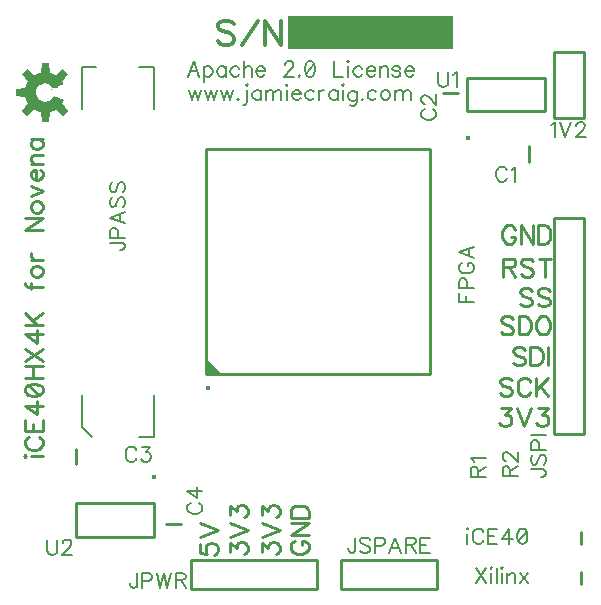
<source format=gbr>
G04 DipTrace 3.2.0.1*
G04 TopSilk.gbr*
%MOIN*%
G04 #@! TF.FileFunction,Legend,Top*
G04 #@! TF.Part,Single*
%ADD10C,0.009843*%
%ADD32C,0.015665*%
%ADD38C,0.007699*%
%ADD49C,0.015403*%
%ADD101C,0.00772*%
%ADD102C,0.009264*%
%ADD103C,0.012351*%
%FSLAX26Y26*%
G04*
G70*
G90*
G75*
G01*
G04 TopSilk*
%LPD*%
X2127974Y1899587D2*
D10*
Y1848445D1*
X1840571Y2076793D2*
X1891713D1*
X616121Y840571D2*
Y891713D1*
X966516Y639743D2*
X915374D1*
X2301181Y440947D2*
Y480313D1*
Y574805D2*
Y614171D1*
X1049252Y1141862D2*
X1797205D1*
Y1889634D1*
X1049252D1*
Y1141862D1*
D32*
X1057085Y1094594D3*
G36*
X1049252Y1141862D2*
X1100413D1*
X1049252Y1192933D1*
Y1141862D1*
G37*
X2309055Y2213386D2*
D10*
X2210630D1*
Y1993701D1*
X2309055D1*
Y2213386D1*
X875928Y930503D2*
D38*
X826632D1*
X685249Y2162815D2*
X635922D1*
Y2022999D2*
Y2162815D1*
X875928Y2022999D2*
Y2162815D1*
Y930503D2*
Y1069575D1*
Y2162815D2*
X826724D1*
X635922Y964217D2*
Y1069451D1*
X669420Y929883D2*
X635922Y964341D1*
X999213Y521654D2*
D10*
X1418898D1*
Y423228D1*
X999213D1*
Y521654D1*
X1819685Y423228D2*
X1500000D1*
Y521654D1*
X1819685D1*
Y423228D1*
X2210630Y940157D2*
X2309055D1*
Y1659843D1*
X2210630D1*
Y940157D1*
D49*
X1922301Y1926499D3*
X1921261Y2015748D2*
D10*
X2181091D1*
X1921261Y2125984D2*
X2181091D1*
Y2015748D2*
Y2125984D1*
X1921261Y2015748D2*
Y2125984D1*
D49*
X876912Y797911D3*
X877951Y708661D2*
D10*
X618121D1*
X877951Y598425D2*
X618121D1*
Y708661D2*
Y598425D1*
X877951Y708661D2*
Y598425D1*
G36*
X513996Y2078740D2*
X576228Y2105332D1*
X575931Y2106016D1*
X575633Y2106700D1*
X575317Y2107384D1*
X575002Y2108048D1*
X574669Y2108732D1*
X574336Y2109396D1*
X573985Y2110061D1*
X573635Y2110725D1*
X573284Y2111370D1*
X572916Y2112034D1*
X572548Y2112679D1*
X572163Y2113323D1*
X571777Y2113968D1*
X571391Y2114593D1*
D1*
X591563Y2139329D1*
X574599Y2156308D1*
X549871Y2136125D1*
X548591Y2136907D1*
X547294Y2137649D1*
X545980Y2138372D1*
X544648Y2139075D1*
X543316Y2139740D1*
X541949Y2140365D1*
X540582Y2140971D1*
X539198Y2141537D1*
X537813Y2142084D1*
X536411Y2142592D1*
X534992Y2143081D1*
X533555Y2143530D1*
X532118Y2143940D1*
X530680Y2144312D1*
X529226Y2144683D1*
D1*
X526001Y2176433D1*
X502009D1*
X498785Y2144683D1*
X497330Y2144312D1*
X495875Y2143940D1*
X494438Y2143530D1*
X493019Y2143081D1*
X491599Y2142592D1*
X490197Y2142084D1*
X488795Y2141537D1*
X487411Y2140971D1*
X486044Y2140365D1*
X484694Y2139740D1*
X483345Y2139075D1*
X482031Y2138372D1*
X480716Y2137649D1*
X479419Y2136907D1*
X478140Y2136125D1*
D1*
X453412Y2156308D1*
X436447Y2139329D1*
X456619Y2114593D1*
X455830Y2113323D1*
X455094Y2112034D1*
X454358Y2110725D1*
X453675Y2109396D1*
X453009Y2108048D1*
X452378Y2106700D1*
X451782Y2105332D1*
X451204Y2103945D1*
X450660Y2102558D1*
X450152Y2101151D1*
X449679Y2099725D1*
X449223Y2098298D1*
X448803Y2096852D1*
X448417Y2095407D1*
X448067Y2093961D1*
D1*
X416311Y2090737D1*
Y2066743D1*
X448067Y2063520D1*
X448417Y2062074D1*
X448803Y2060628D1*
X449223Y2059182D1*
X449679Y2057756D1*
X450152Y2056329D1*
X450660Y2054923D1*
X451204Y2053535D1*
X451782Y2052148D1*
X452378Y2050780D1*
X453009Y2049432D1*
X453675Y2048084D1*
X454358Y2046755D1*
X455094Y2045446D1*
X455830Y2044157D1*
X456619Y2042887D1*
D1*
X436447Y2018151D1*
X453412Y2001172D1*
X478140Y2021355D1*
X479419Y2020574D1*
X480716Y2019831D1*
X482031Y2019108D1*
X483345Y2018405D1*
X484694Y2017741D1*
X486044Y2017115D1*
X487411Y2016510D1*
X488795Y2015943D1*
X490197Y2015396D1*
X491599Y2014888D1*
X493019Y2014400D1*
X494438Y2013950D1*
X495875Y2013540D1*
X497330Y2013169D1*
X498785Y2012797D1*
D1*
X502009Y1981047D1*
X526001D1*
X529226Y2012797D1*
X530680Y2013169D1*
X532118Y2013540D1*
X533555Y2013950D1*
X534992Y2014400D1*
X536411Y2014888D1*
X537813Y2015396D1*
X539198Y2015943D1*
X540582Y2016510D1*
X541949Y2017115D1*
X543316Y2017741D1*
X544648Y2018405D1*
X545980Y2019108D1*
X547294Y2019831D1*
X548591Y2020574D1*
X549871Y2021355D1*
D1*
X574599Y2001172D1*
X591563Y2018151D1*
X571391Y2042887D1*
X571777Y2043512D1*
X572163Y2044157D1*
X572548Y2044802D1*
X572916Y2045446D1*
X573284Y2046111D1*
X573635Y2046755D1*
X573985Y2047420D1*
X574336Y2048084D1*
X574669Y2048748D1*
X575002Y2049432D1*
X575317Y2050097D1*
X575633Y2050780D1*
X575931Y2051464D1*
X576228Y2052148D1*
X576526Y2052852D1*
D1*
X542422Y2066978D1*
X541406Y2064770D1*
X540232Y2062660D1*
X538882Y2060667D1*
X537393Y2058772D1*
X535745Y2056994D1*
X533975Y2055352D1*
X532082Y2053848D1*
X530067Y2052519D1*
X527964Y2051328D1*
X525773Y2050331D1*
X523513Y2049491D1*
X521182Y2048827D1*
X518816Y2048358D1*
X516415Y2048084D1*
X513996Y2047986D1*
D1*
X505269Y2049256D1*
X497242Y2052949D1*
X490618Y2058772D1*
X485904Y2066235D1*
X483503Y2074715D1*
X483625Y2083547D1*
X486237Y2091987D1*
X491144Y2099314D1*
X497926Y2104961D1*
X506040Y2108458D1*
X514803Y2109494D1*
X523513Y2107989D1*
X531417Y2104082D1*
X537901Y2098103D1*
X542422Y2090502D1*
D1*
X576526Y2104629D1*
X513996Y2078740D1*
G37*
G36*
X1322835Y2334646D2*
X1874016D1*
Y2224409D1*
X1322835D1*
Y2334646D1*
G37*
X2053442Y1819159D2*
D101*
X2051065Y1823912D1*
X2046257Y1828721D1*
X2041503Y1831097D1*
X2031942D1*
X2027133Y1828721D1*
X2022380Y1823912D1*
X2019948Y1819159D1*
X2017572Y1811974D1*
Y1799980D1*
X2019948Y1792851D1*
X2022380Y1788042D1*
X2027133Y1783289D1*
X2031942Y1780857D1*
X2041503D1*
X2046257Y1783289D1*
X2051065Y1788042D1*
X2053442Y1792851D1*
X2068881Y1821480D2*
X2073689Y1823912D1*
X2080874Y1831042D1*
Y1780857D1*
X1779266Y2023007D2*
X1774513Y2020630D1*
X1769705Y2015822D1*
X1767328Y2011069D1*
Y2001507D1*
X1769705Y1996699D1*
X1774513Y1991945D1*
X1779266Y1989514D1*
X1786451Y1987137D1*
X1798445D1*
X1805575Y1989514D1*
X1810383Y1991945D1*
X1815136Y1996699D1*
X1817568Y2001507D1*
Y2011069D1*
X1815136Y2015822D1*
X1810383Y2020630D1*
X1805575Y2023007D1*
X1779322Y2040878D2*
X1776945D1*
X1772137Y2043255D1*
X1769760Y2045631D1*
X1767383Y2050440D1*
Y2060001D1*
X1769760Y2064754D1*
X1772137Y2067131D1*
X1776945Y2069563D1*
X1781698D1*
X1786507Y2067131D1*
X1793636Y2062378D1*
X1817568Y2038446D1*
Y2071939D1*
X818261Y886088D2*
X815885Y890841D1*
X811076Y895650D1*
X806323Y898026D1*
X796761D1*
X791953Y895650D1*
X787200Y890841D1*
X784768Y886088D1*
X782391Y878903D1*
Y866909D1*
X784768Y859780D1*
X787200Y854971D1*
X791953Y850218D1*
X796761Y847786D1*
X806323D1*
X811076Y850218D1*
X815885Y854971D1*
X818261Y859780D1*
X838509Y897971D2*
X864762D1*
X850447Y878848D1*
X857632D1*
X862385Y876471D1*
X864762Y874095D1*
X867194Y866909D1*
Y862156D1*
X864762Y854971D1*
X860009Y850163D1*
X852824Y847786D1*
X845639D1*
X838509Y850163D1*
X836132Y852595D1*
X833701Y857348D1*
X999739Y710774D2*
X994986Y708397D1*
X990177Y703589D1*
X987801Y698836D1*
Y689274D1*
X990177Y684466D1*
X994986Y679712D1*
X999739Y677281D1*
X1006924Y674904D1*
X1018917D1*
X1026047Y677281D1*
X1030856Y679712D1*
X1035609Y684466D1*
X1038041Y689274D1*
Y698836D1*
X1035609Y703589D1*
X1030856Y708397D1*
X1026047Y710774D1*
X1038041Y750145D2*
X987856D1*
X1021294Y726213D1*
Y762083D1*
X1893312Y1411008D2*
Y1379891D1*
X1943552D1*
X1917244D2*
Y1399015D1*
X1919621Y1426447D2*
Y1448002D1*
X1917244Y1455132D1*
X1914812Y1457564D1*
X1910059Y1459941D1*
X1902874D1*
X1898121Y1457564D1*
X1895689Y1455132D1*
X1893312Y1448002D1*
Y1426447D1*
X1943552D1*
X1905251Y1511250D2*
X1900497Y1508873D1*
X1895689Y1504065D1*
X1893312Y1499311D1*
Y1489750D1*
X1895689Y1484941D1*
X1900497Y1480188D1*
X1905251Y1477756D1*
X1912436Y1475380D1*
X1924429D1*
X1931559Y1477756D1*
X1936367Y1480188D1*
X1941121Y1484941D1*
X1943552Y1489750D1*
Y1499311D1*
X1941121Y1504065D1*
X1936367Y1508873D1*
X1931559Y1511250D1*
X1924429D1*
Y1499311D1*
X1943552Y1564991D2*
X1893312Y1545812D1*
X1943552Y1526689D1*
X1926806Y1533874D2*
Y1557806D1*
X729946Y1578353D2*
X768193D1*
X775378Y1575976D1*
X777754Y1573544D1*
X780186Y1568791D1*
Y1563983D1*
X777754Y1559229D1*
X775378Y1556853D1*
X768193Y1554421D1*
X763440D1*
X756255Y1593792D2*
Y1615347D1*
X753878Y1622477D1*
X751446Y1624909D1*
X746693Y1627285D1*
X739508D1*
X734755Y1624909D1*
X732323Y1622477D1*
X729946Y1615347D1*
Y1593792D1*
X780186D1*
Y1681026D2*
X729946Y1661848D1*
X780186Y1642724D1*
X763440Y1649910D2*
Y1673841D1*
X737131Y1729959D2*
X732323Y1725206D1*
X729946Y1718021D1*
Y1708459D1*
X732323Y1701274D1*
X737131Y1696466D1*
X741884D1*
X746693Y1698897D1*
X749070Y1701274D1*
X751446Y1706027D1*
X756255Y1720397D1*
X758631Y1725206D1*
X761063Y1727582D1*
X765816Y1729959D1*
X773001D1*
X777754Y1725206D1*
X780186Y1718021D1*
Y1708459D1*
X777754Y1701274D1*
X773001Y1696465D1*
X737131Y1778891D2*
X732323Y1774138D1*
X729946Y1766953D1*
Y1757392D1*
X732323Y1750207D1*
X737131Y1745398D1*
X741884D1*
X746693Y1747830D1*
X749070Y1750207D1*
X751446Y1754960D1*
X756255Y1769330D1*
X758631Y1774138D1*
X761063Y1776515D1*
X765816Y1778891D1*
X773001D1*
X777754Y1774138D1*
X780186Y1766953D1*
Y1757392D1*
X777754Y1750207D1*
X773001Y1745398D1*
X821539Y476766D2*
Y438520D1*
X819163Y431335D1*
X816731Y428958D1*
X811978Y426526D1*
X807169D1*
X802416Y428958D1*
X800040Y431335D1*
X797608Y438520D1*
Y443273D1*
X836979Y450458D2*
X858534D1*
X865664Y452835D1*
X868095Y455267D1*
X870472Y460020D1*
Y467205D1*
X868095Y471958D1*
X865664Y474390D1*
X858534Y476766D1*
X836979D1*
Y426526D1*
X885911Y476766D2*
X897905Y426526D1*
X909843Y476766D1*
X921781Y426526D1*
X933775Y476766D1*
X949214Y452835D2*
X970714D1*
X977899Y455267D1*
X980331Y457643D1*
X982707Y462396D1*
Y467205D1*
X980331Y471958D1*
X977899Y474390D1*
X970714Y476766D1*
X949214D1*
Y426526D1*
X965961Y452835D2*
X982707Y426526D1*
X1548289Y594877D2*
Y556630D1*
X1545912Y549445D1*
X1543480Y547068D1*
X1538727Y544637D1*
X1533919D1*
X1529165Y547068D1*
X1526789Y549445D1*
X1524357Y556630D1*
Y561383D1*
X1597221Y587692D2*
X1592468Y592500D1*
X1585283Y594877D1*
X1575721D1*
X1568536Y592500D1*
X1563728Y587692D1*
Y582938D1*
X1566160Y578130D1*
X1568536Y575753D1*
X1573289Y573377D1*
X1587660Y568568D1*
X1592468Y566192D1*
X1594845Y563760D1*
X1597221Y559007D1*
Y551822D1*
X1592468Y547068D1*
X1585283Y544637D1*
X1575721D1*
X1568536Y547068D1*
X1563728Y551822D1*
X1612660Y568568D2*
X1634216D1*
X1641345Y570945D1*
X1643777Y573377D1*
X1646154Y578130D1*
Y585315D1*
X1643777Y590068D1*
X1641345Y592500D1*
X1634216Y594877D1*
X1612660D1*
Y544637D1*
X1699895D2*
X1680716Y594877D1*
X1661593Y544637D1*
X1668778Y561383D2*
X1692710D1*
X1715334Y570945D2*
X1736834D1*
X1744019Y573377D1*
X1746451Y575753D1*
X1748827Y580507D1*
Y585315D1*
X1746451Y590068D1*
X1744019Y592500D1*
X1736834Y594877D1*
X1715334D1*
Y544637D1*
X1732081Y570945D2*
X1748827Y544637D1*
X1795328Y594877D2*
X1764267D1*
Y544637D1*
X1795328D1*
X1764267Y570945D2*
X1783390D1*
X2133470Y822243D2*
X2171716D1*
X2178901Y819866D1*
X2181278Y817434D1*
X2183710Y812681D1*
Y807873D1*
X2181278Y803120D1*
X2178901Y800743D1*
X2171716Y798311D1*
X2166963D1*
X2140655Y871175D2*
X2135846Y866422D1*
X2133470Y859237D1*
Y849676D1*
X2135846Y842491D1*
X2140655Y837682D1*
X2145408D1*
X2150217Y840114D1*
X2152593Y842491D1*
X2154970Y847244D1*
X2159778Y861614D1*
X2162155Y866422D1*
X2164587Y868799D1*
X2169340Y871175D1*
X2176525D1*
X2181278Y866422D1*
X2183710Y859237D1*
Y849676D1*
X2181278Y842491D1*
X2176525Y837682D1*
X2159778Y886615D2*
Y908170D1*
X2157402Y915300D1*
X2154970Y917731D1*
X2150217Y920108D1*
X2143032D1*
X2138278Y917731D1*
X2135846Y915300D1*
X2133470Y908170D1*
Y886615D1*
X2183710D1*
X2133470Y935547D2*
X2183710D1*
X1956614Y798277D2*
Y819777D1*
X1954182Y826962D1*
X1951806Y829394D1*
X1947053Y831771D1*
X1942244D1*
X1937491Y829394D1*
X1935059Y826962D1*
X1932682Y819777D1*
Y798277D1*
X1982922D1*
X1956614Y815024D2*
X1982922Y831770D1*
X1942299Y847210D2*
X1939868Y852018D1*
X1932738Y859203D1*
X1982922D1*
X2062913Y799338D2*
Y820838D1*
X2060482Y828023D1*
X2058105Y830455D1*
X2053352Y832832D1*
X2048543D1*
X2043790Y830455D1*
X2041358Y828023D1*
X2038982Y820838D1*
Y799338D1*
X2089222D1*
X2062913Y816085D2*
X2089222Y832832D1*
X2050975Y850703D2*
X2048599D1*
X2043790Y853079D1*
X2041414Y855456D1*
X2039037Y860264D1*
Y869826D1*
X2041414Y874579D1*
X2043790Y876956D1*
X2048599Y879388D1*
X2053352D1*
X2058160Y876956D1*
X2065290Y872203D1*
X2089222Y848271D1*
Y881764D1*
X1824469Y2147042D2*
Y2111172D1*
X1826845Y2103987D1*
X1831654Y2099234D1*
X1838839Y2096802D1*
X1843592D1*
X1850777Y2099234D1*
X1855585Y2103987D1*
X1857962Y2111172D1*
Y2147042D1*
X1873401Y2137425D2*
X1878210Y2139857D1*
X1885395Y2146987D1*
Y2096802D1*
X521178Y587987D2*
Y552117D1*
X523555Y544932D1*
X528363Y540179D1*
X535548Y537747D1*
X540301D1*
X547486Y540179D1*
X552295Y544932D1*
X554671Y552117D1*
Y587987D1*
X572543Y575993D2*
Y578370D1*
X574919Y583178D1*
X577296Y585555D1*
X582104Y587932D1*
X591666D1*
X596419Y585555D1*
X598796Y583178D1*
X601227Y578370D1*
Y573617D1*
X598796Y568808D1*
X594042Y561679D1*
X570111Y537747D1*
X603604D1*
X2034179Y1026672D2*
D102*
X2065682D1*
X2048505Y1003725D1*
X2057127D1*
X2062831Y1000873D1*
X2065682Y998021D1*
X2068601Y989399D1*
Y983695D1*
X2065682Y975073D1*
X2059979Y969303D1*
X2051357Y966451D1*
X2042735D1*
X2034179Y969303D1*
X2031327Y972221D1*
X2028409Y977925D1*
X2087128Y1026739D2*
X2110076Y966451D1*
X2133024Y1026739D1*
X2157321Y1026672D2*
X2188824D1*
X2171647Y1003725D1*
X2180269D1*
X2185973Y1000873D1*
X2188824Y998021D1*
X2191743Y989399D1*
Y983695D1*
X2188824Y975073D1*
X2183121Y969303D1*
X2174499Y966451D1*
X2165877D1*
X2157321Y969303D1*
X2154469Y972221D1*
X2151551Y977925D1*
X2080870Y1621106D2*
X2078018Y1626810D1*
X2072248Y1632580D1*
X2066544Y1635432D1*
X2055070D1*
X2049300Y1632580D1*
X2043596Y1626810D1*
X2040678Y1621106D1*
X2037826Y1612484D1*
Y1598092D1*
X2040678Y1589536D1*
X2043596Y1583766D1*
X2049300Y1578062D1*
X2055070Y1575144D1*
X2066544D1*
X2072248Y1578062D1*
X2078018Y1583766D1*
X2080870Y1589536D1*
Y1598092D1*
X2066544D1*
X2139589Y1635432D2*
Y1575144D1*
X2099397Y1635432D1*
Y1575144D1*
X2158116Y1635432D2*
Y1575144D1*
X2178212D1*
X2186834Y1578062D1*
X2192604Y1583766D1*
X2195456Y1589536D1*
X2198308Y1598092D1*
Y1612484D1*
X2195456Y1621106D1*
X2192604Y1626810D1*
X2186834Y1632580D1*
X2178212Y1635432D1*
X2158116D1*
X2137073Y1418148D2*
X2131369Y1423918D1*
X2122747Y1426770D1*
X2111273D1*
X2102651Y1423918D1*
X2096881Y1418148D1*
Y1412444D1*
X2099799Y1406674D1*
X2102651Y1403822D1*
X2108355Y1400970D1*
X2125599Y1395200D1*
X2131369Y1392348D1*
X2134221Y1389430D1*
X2137073Y1383726D1*
Y1375104D1*
X2131369Y1369401D1*
X2122747Y1366482D1*
X2111273D1*
X2102651Y1369401D1*
X2096881Y1375104D1*
X2195792Y1418148D2*
X2190088Y1423918D1*
X2181466Y1426770D1*
X2169992D1*
X2161370Y1423918D1*
X2155600Y1418148D1*
Y1412444D1*
X2158518Y1406674D1*
X2161370Y1403822D1*
X2167074Y1400970D1*
X2184318Y1395200D1*
X2190088Y1392348D1*
X2192940Y1389430D1*
X2195792Y1383726D1*
Y1375104D1*
X2190088Y1369401D1*
X2181466Y1366482D1*
X2169992D1*
X2161370Y1369401D1*
X2155600Y1375104D1*
X2070144Y1118936D2*
X2064440Y1124706D1*
X2055818Y1127558D1*
X2044344D1*
X2035722Y1124706D1*
X2029952Y1118936D1*
Y1113232D1*
X2032870Y1107462D1*
X2035722Y1104610D1*
X2041426Y1101758D1*
X2058670Y1095988D1*
X2064440Y1093136D1*
X2067292Y1090218D1*
X2070144Y1084514D1*
Y1075892D1*
X2064440Y1070188D1*
X2055818Y1067270D1*
X2044344D1*
X2035722Y1070188D1*
X2029952Y1075892D1*
X2131715Y1113232D2*
X2128863Y1118936D1*
X2123093Y1124706D1*
X2117389Y1127558D1*
X2105915D1*
X2100145Y1124706D1*
X2094441Y1118936D1*
X2091523Y1113232D1*
X2088671Y1104610D1*
Y1090218D1*
X2091523Y1081662D1*
X2094441Y1075892D1*
X2100145Y1070188D1*
X2105915Y1067270D1*
X2117389D1*
X2123093Y1070188D1*
X2128863Y1075892D1*
X2131715Y1081662D1*
X2150242Y1127558D2*
Y1067270D1*
X2190434Y1127558D2*
X2150242Y1087366D1*
X2164568Y1101758D2*
X2190434Y1067270D1*
X2113451Y1221298D2*
X2107747Y1227068D1*
X2099125Y1229920D1*
X2087651D1*
X2079029Y1227068D1*
X2073259Y1221298D1*
Y1215594D1*
X2076177Y1209824D1*
X2079029Y1206972D1*
X2084733Y1204120D1*
X2101977Y1198350D1*
X2107747Y1195498D1*
X2110599Y1192580D1*
X2113451Y1186876D1*
Y1178254D1*
X2107747Y1172550D1*
X2099125Y1169632D1*
X2087651D1*
X2079029Y1172550D1*
X2073259Y1178254D1*
X2131978Y1229920D2*
Y1169632D1*
X2152074D1*
X2160696Y1172550D1*
X2166466Y1178254D1*
X2169318Y1184024D1*
X2172170Y1192580D1*
Y1206972D1*
X2169318Y1215594D1*
X2166466Y1221298D1*
X2160696Y1227068D1*
X2152074Y1229920D1*
X2131978D1*
X2190697D2*
Y1169632D1*
X2074081Y1323660D2*
X2068377Y1329430D1*
X2059755Y1332282D1*
X2048281D1*
X2039659Y1329430D1*
X2033889Y1323660D1*
Y1317956D1*
X2036807Y1312186D1*
X2039659Y1309334D1*
X2045363Y1306482D1*
X2062607Y1300712D1*
X2068377Y1297860D1*
X2071229Y1294942D1*
X2074081Y1289238D1*
Y1280616D1*
X2068377Y1274912D1*
X2059755Y1271994D1*
X2048281D1*
X2039659Y1274912D1*
X2033889Y1280616D1*
X2092608Y1332282D2*
Y1271994D1*
X2112704D1*
X2121326Y1274912D1*
X2127096Y1280616D1*
X2129948Y1286386D1*
X2132800Y1294942D1*
Y1309334D1*
X2129948Y1317956D1*
X2127096Y1323660D1*
X2121326Y1329430D1*
X2112704Y1332282D1*
X2092608D1*
X2168571D2*
X2162801Y1329430D1*
X2157097Y1323660D1*
X2154179Y1317956D1*
X2151327Y1309334D1*
Y1294942D1*
X2154179Y1286386D1*
X2157097Y1280616D1*
X2162801Y1274912D1*
X2168571Y1271994D1*
X2180045D1*
X2185749Y1274912D1*
X2191519Y1280616D1*
X2194371Y1286386D1*
X2197223Y1294942D1*
Y1309334D1*
X2194371Y1317956D1*
X2191519Y1323660D1*
X2185749Y1329430D1*
X2180045Y1332282D1*
X2168571D1*
X1028112Y2131891D2*
D101*
X1008933Y2182131D1*
X989810Y2131891D1*
X996995Y2148637D2*
X1020927D1*
X1043551Y2165384D2*
Y2115144D1*
Y2158199D2*
X1048359Y2162952D1*
X1053113Y2165384D1*
X1060298D1*
X1065106Y2162952D1*
X1069859Y2158199D1*
X1072291Y2151014D1*
Y2146205D1*
X1069859Y2139076D1*
X1065106Y2134267D1*
X1060298Y2131891D1*
X1053113D1*
X1048359Y2134267D1*
X1043551Y2139076D1*
X1116415Y2165384D2*
Y2131891D1*
Y2158199D2*
X1111662Y2163007D1*
X1106854Y2165384D1*
X1099724D1*
X1094915Y2163007D1*
X1090162Y2158199D1*
X1087730Y2151014D1*
Y2146261D1*
X1090162Y2139076D1*
X1094915Y2134322D1*
X1099724Y2131891D1*
X1106854D1*
X1111662Y2134322D1*
X1116415Y2139076D1*
X1160595Y2158199D2*
X1155786Y2163007D1*
X1150978Y2165384D1*
X1143848D1*
X1139040Y2163007D1*
X1134286Y2158199D1*
X1131855Y2151014D1*
Y2146261D1*
X1134286Y2139076D1*
X1139040Y2134322D1*
X1143848Y2131891D1*
X1150978D1*
X1155786Y2134322D1*
X1160595Y2139076D1*
X1176034Y2182131D2*
Y2131891D1*
Y2155822D2*
X1183219Y2163007D1*
X1188027Y2165384D1*
X1195212D1*
X1199966Y2163007D1*
X1202342Y2155822D1*
Y2131891D1*
X1217781Y2151014D2*
X1246466D1*
Y2155822D1*
X1244090Y2160631D1*
X1241713Y2163007D1*
X1236905Y2165384D1*
X1229720D1*
X1224967Y2163007D1*
X1220158Y2158199D1*
X1217781Y2151014D1*
Y2146261D1*
X1220158Y2139076D1*
X1224967Y2134322D1*
X1229720Y2131891D1*
X1236905D1*
X1241713Y2134322D1*
X1246466Y2139076D1*
X1312938Y2170137D2*
Y2172514D1*
X1315315Y2177322D1*
X1317692Y2179699D1*
X1322500Y2182075D1*
X1332062D1*
X1336815Y2179699D1*
X1339191Y2177322D1*
X1341623Y2172514D1*
Y2167760D1*
X1339191Y2162952D1*
X1334438Y2155822D1*
X1310507Y2131891D1*
X1344000D1*
X1361816Y2136699D2*
X1359439Y2134267D1*
X1361816Y2131891D1*
X1364248Y2134267D1*
X1361816Y2136699D1*
X1394057Y2182075D2*
X1386872Y2179699D1*
X1382063Y2172514D1*
X1379687Y2160575D1*
Y2153390D1*
X1382063Y2141452D1*
X1386872Y2134267D1*
X1394057Y2131891D1*
X1398810D1*
X1405995Y2134267D1*
X1410748Y2141452D1*
X1413180Y2153390D1*
Y2160575D1*
X1410748Y2172514D1*
X1405995Y2179699D1*
X1398810Y2182075D1*
X1394057D1*
X1410748Y2172514D2*
X1382063Y2141452D1*
X1477220Y2182131D2*
Y2131891D1*
X1505905D1*
X1521345Y2182131D2*
X1523721Y2179754D1*
X1526153Y2182131D1*
X1523721Y2184562D1*
X1521345Y2182131D1*
X1523721Y2165384D2*
Y2131891D1*
X1570332Y2158199D2*
X1565524Y2163007D1*
X1560715Y2165384D1*
X1553586D1*
X1548777Y2163007D1*
X1544024Y2158199D1*
X1541592Y2151014D1*
Y2146261D1*
X1544024Y2139076D1*
X1548777Y2134322D1*
X1553586Y2131891D1*
X1560715D1*
X1565524Y2134322D1*
X1570332Y2139076D1*
X1585772Y2151014D2*
X1614457D1*
Y2155822D1*
X1612080Y2160631D1*
X1609703Y2163007D1*
X1604895Y2165384D1*
X1597710D1*
X1592957Y2163007D1*
X1588148Y2158199D1*
X1585772Y2151014D1*
Y2146261D1*
X1588148Y2139076D1*
X1592957Y2134322D1*
X1597710Y2131891D1*
X1604895D1*
X1609703Y2134322D1*
X1614457Y2139076D1*
X1629896Y2165384D2*
Y2131891D1*
Y2155822D2*
X1637081Y2163007D1*
X1641889Y2165384D1*
X1649019D1*
X1653827Y2163007D1*
X1656204Y2155822D1*
Y2131891D1*
X1697952Y2158199D2*
X1695575Y2163007D1*
X1688390Y2165384D1*
X1681205D1*
X1674020Y2163007D1*
X1671643Y2158199D1*
X1674020Y2153446D1*
X1678828Y2151014D1*
X1690767Y2148637D1*
X1695575Y2146261D1*
X1697952Y2141452D1*
Y2139076D1*
X1695575Y2134322D1*
X1688390Y2131891D1*
X1681205D1*
X1674020Y2134322D1*
X1671643Y2139076D1*
X1713391Y2151014D2*
X1742076D1*
Y2155822D1*
X1739699Y2160631D1*
X1737323Y2163007D1*
X1732514Y2165384D1*
X1725329D1*
X1720576Y2163007D1*
X1715767Y2158199D1*
X1713391Y2151014D1*
Y2146261D1*
X1715767Y2139076D1*
X1720576Y2134322D1*
X1725329Y2131891D1*
X1732514D1*
X1737323Y2134322D1*
X1742076Y2139076D1*
X993747Y2086644D2*
X1003309Y2053150D1*
X1012870Y2086644D1*
X1022432Y2053150D1*
X1031993Y2086644D1*
X1047433D2*
X1056994Y2053150D1*
X1066556Y2086644D1*
X1076118Y2053150D1*
X1085679Y2086644D1*
X1101118D2*
X1110680Y2053150D1*
X1120242Y2086644D1*
X1129803Y2053150D1*
X1139365Y2086644D1*
X1157181Y2057959D2*
X1154804Y2055527D1*
X1157181Y2053150D1*
X1159613Y2055527D1*
X1157181Y2057959D1*
X1184614Y2103446D2*
X1187045Y2101069D1*
X1189422Y2103446D1*
X1187045Y2105822D1*
X1184614Y2103446D1*
X1187045Y2086699D2*
Y2046021D1*
X1184614Y2038836D1*
X1179860Y2036459D1*
X1175052D1*
X1233546Y2086644D2*
Y2053150D1*
Y2079459D2*
X1228793Y2084267D1*
X1223985Y2086644D1*
X1216855D1*
X1212046Y2084267D1*
X1207293Y2079459D1*
X1204861Y2072274D1*
Y2067520D1*
X1207293Y2060335D1*
X1212046Y2055582D1*
X1216855Y2053150D1*
X1223985D1*
X1228793Y2055582D1*
X1233546Y2060335D1*
X1248985Y2086644D2*
Y2053150D1*
Y2077082D2*
X1256170Y2084267D1*
X1260979Y2086644D1*
X1268109D1*
X1272917Y2084267D1*
X1275294Y2077082D1*
Y2053150D1*
Y2077082D2*
X1282479Y2084267D1*
X1287287Y2086644D1*
X1294417D1*
X1299225Y2084267D1*
X1301657Y2077082D1*
Y2053150D1*
X1317097Y2103390D2*
X1319473Y2101014D1*
X1321905Y2103390D1*
X1319473Y2105822D1*
X1317097Y2103390D1*
X1319473Y2086644D2*
Y2053150D1*
X1337344Y2072274D2*
X1366029D1*
Y2077082D1*
X1363653Y2081891D1*
X1361276Y2084267D1*
X1356467Y2086644D1*
X1349282D1*
X1344529Y2084267D1*
X1339721Y2079459D1*
X1337344Y2072274D1*
Y2067520D1*
X1339721Y2060335D1*
X1344529Y2055582D1*
X1349282Y2053150D1*
X1356467D1*
X1361276Y2055582D1*
X1366029Y2060335D1*
X1410208Y2079459D2*
X1405400Y2084267D1*
X1400592Y2086644D1*
X1393462D1*
X1388653Y2084267D1*
X1383900Y2079459D1*
X1381468Y2072274D1*
Y2067520D1*
X1383900Y2060335D1*
X1388653Y2055582D1*
X1393462Y2053150D1*
X1400592D1*
X1405400Y2055582D1*
X1410208Y2060335D1*
X1425648Y2086644D2*
Y2053150D1*
Y2072274D2*
X1428080Y2079459D1*
X1432833Y2084267D1*
X1437641Y2086644D1*
X1444826D1*
X1488950D2*
Y2053150D1*
Y2079459D2*
X1484197Y2084267D1*
X1479389Y2086644D1*
X1472259D1*
X1467451Y2084267D1*
X1462697Y2079459D1*
X1460266Y2072274D1*
Y2067520D1*
X1462697Y2060335D1*
X1467451Y2055582D1*
X1472259Y2053150D1*
X1479389D1*
X1484197Y2055582D1*
X1488950Y2060335D1*
X1504390Y2103390D2*
X1506766Y2101014D1*
X1509198Y2103390D1*
X1506766Y2105822D1*
X1504390Y2103390D1*
X1506766Y2086644D2*
Y2053150D1*
X1553322Y2084267D2*
Y2045965D1*
X1550946Y2038836D1*
X1548569Y2036404D1*
X1543761Y2034027D1*
X1536576D1*
X1531822Y2036404D1*
X1553322Y2077082D2*
X1548569Y2081835D1*
X1543761Y2084267D1*
X1536576D1*
X1531822Y2081835D1*
X1527014Y2077082D1*
X1524637Y2069897D1*
Y2065089D1*
X1527014Y2057959D1*
X1531822Y2053150D1*
X1536576Y2050774D1*
X1543761D1*
X1548569Y2053150D1*
X1553322Y2057959D1*
X1571138D2*
X1568761Y2055527D1*
X1571138Y2053150D1*
X1573570Y2055527D1*
X1571138Y2057959D1*
X1617749Y2079459D2*
X1612941Y2084267D1*
X1608132Y2086644D1*
X1601003D1*
X1596194Y2084267D1*
X1591441Y2079459D1*
X1589009Y2072274D1*
Y2067520D1*
X1591441Y2060335D1*
X1596194Y2055582D1*
X1601003Y2053150D1*
X1608132D1*
X1612941Y2055582D1*
X1617749Y2060335D1*
X1645127Y2086644D2*
X1640374Y2084267D1*
X1635565Y2079459D1*
X1633189Y2072274D1*
Y2067520D1*
X1635565Y2060335D1*
X1640374Y2055582D1*
X1645127Y2053150D1*
X1652312D1*
X1657120Y2055582D1*
X1661873Y2060335D1*
X1664305Y2067520D1*
Y2072274D1*
X1661873Y2079459D1*
X1657120Y2084267D1*
X1652312Y2086644D1*
X1645127D1*
X1679745D2*
Y2053150D1*
Y2077082D2*
X1686930Y2084267D1*
X1691738Y2086644D1*
X1698868D1*
X1703676Y2084267D1*
X1706053Y2077082D1*
Y2053150D1*
Y2077082D2*
X1713238Y2084267D1*
X1718046Y2086644D1*
X1725176D1*
X1729985Y2084267D1*
X1732416Y2077082D1*
Y2053150D1*
X1028883Y571976D2*
D102*
Y543325D1*
X1054682Y540473D1*
X1051831Y543325D1*
X1048912Y551947D1*
Y560502D1*
X1051831Y569124D1*
X1057534Y574895D1*
X1066156Y577746D1*
X1071860D1*
X1080482Y574894D1*
X1086252Y569124D1*
X1089104Y560502D1*
Y551947D1*
X1086252Y543325D1*
X1083334Y540473D1*
X1077630Y537554D1*
X1028816Y596274D2*
X1089104Y619221D1*
X1028816Y642169D1*
X1129108Y545461D2*
Y576965D1*
X1152056Y559787D1*
Y568409D1*
X1154908Y574113D1*
X1157760Y576965D1*
X1166382Y579883D1*
X1172086D1*
X1180708Y576965D1*
X1186478Y571261D1*
X1189330Y562639D1*
Y554017D1*
X1186478Y545461D1*
X1183560Y542609D1*
X1177856Y539691D1*
X1129042Y598410D2*
X1189330Y621358D1*
X1129042Y644306D1*
X1129108Y668603D2*
Y700107D1*
X1152056Y682929D1*
Y691551D1*
X1154908Y697255D1*
X1157760Y700107D1*
X1166382Y703025D1*
X1172086D1*
X1180708Y700107D1*
X1186478Y694403D1*
X1189330Y685781D1*
Y677159D1*
X1186478Y668603D1*
X1183560Y665751D1*
X1177856Y662833D1*
X1346666Y584161D2*
X1340962Y581309D1*
X1335192Y575539D1*
X1332340Y569836D1*
Y558362D1*
X1335192Y552591D1*
X1340962Y546888D1*
X1346666Y543969D1*
X1355288Y541117D1*
X1369680D1*
X1378236Y543969D1*
X1384006Y546888D1*
X1389710Y552591D1*
X1392628Y558362D1*
Y569835D1*
X1389710Y575539D1*
X1384006Y581309D1*
X1378236Y584161D1*
X1369680D1*
Y569835D1*
X1332340Y642880D2*
X1392628D1*
X1332340Y602688D1*
X1392628D1*
X1332340Y661407D2*
X1392628D1*
Y681503D1*
X1389710Y690126D1*
X1384006Y695896D1*
X1378236Y698748D1*
X1369680Y701599D1*
X1355288D1*
X1346666Y698748D1*
X1340962Y695896D1*
X1335192Y690126D1*
X1332340Y681503D1*
Y661407D1*
X1235408Y545461D2*
Y576965D1*
X1258356Y559787D1*
Y568409D1*
X1261207Y574113D1*
X1264059Y576965D1*
X1272681Y579883D1*
X1278385D1*
X1287007Y576965D1*
X1292777Y571261D1*
X1295629Y562639D1*
Y554017D1*
X1292777Y545461D1*
X1289859Y542609D1*
X1284155Y539691D1*
X1235341Y598410D2*
X1295629Y621358D1*
X1235341Y644306D1*
X1235408Y668603D2*
Y700107D1*
X1258356Y682929D1*
Y691551D1*
X1261207Y697255D1*
X1264059Y700107D1*
X1272681Y703025D1*
X1278385D1*
X1287007Y700107D1*
X1292777Y694403D1*
X1295629Y685781D1*
Y677159D1*
X1292777Y668603D1*
X1289859Y665751D1*
X1284155Y662833D1*
X1144140Y2306129D2*
D103*
X1136535Y2313822D1*
X1125039Y2317625D1*
X1109741D1*
X1098245Y2313822D1*
X1090551Y2306129D1*
Y2298523D1*
X1094442Y2290830D1*
X1098245Y2287027D1*
X1105850Y2283225D1*
X1128842Y2275531D1*
X1136535Y2271729D1*
X1140338Y2267838D1*
X1144140Y2260233D1*
Y2248737D1*
X1136535Y2241132D1*
X1125039Y2237241D1*
X1109741D1*
X1098245Y2241132D1*
X1090551Y2248737D1*
X1168843Y2237241D2*
X1222433Y2317536D1*
X1300725Y2317625D2*
Y2237241D1*
X1247135Y2317625D1*
Y2237241D1*
X2041763Y1496477D2*
D102*
X2067563D1*
X2076185Y1499396D1*
X2079103Y1502248D1*
X2081955Y1507951D1*
Y1513722D1*
X2079103Y1519425D1*
X2076185Y1522344D1*
X2067563Y1525196D1*
X2041763D1*
Y1464907D1*
X2061859Y1496477D2*
X2081955Y1464907D1*
X2140674Y1516573D2*
X2134970Y1522344D1*
X2126348Y1525196D1*
X2114874D1*
X2106252Y1522344D1*
X2100482Y1516573D1*
Y1510870D1*
X2103400Y1505100D1*
X2106252Y1502248D1*
X2111956Y1499396D1*
X2129200Y1493626D1*
X2134970Y1490774D1*
X2137822Y1487855D1*
X2140674Y1482152D1*
Y1473530D1*
X2134970Y1467826D1*
X2126348Y1464907D1*
X2114874D1*
X2106252Y1467826D1*
X2100482Y1473530D1*
X2179297Y1525196D2*
Y1464907D1*
X2159201Y1525196D2*
X2199393D1*
X1918944Y624774D2*
D101*
X1921320Y622397D1*
X1923752Y624774D1*
X1921320Y627205D1*
X1918944Y624774D1*
X1921320Y608027D2*
Y574534D1*
X1975061Y612835D2*
X1972685Y617589D1*
X1967876Y622397D1*
X1963123Y624774D1*
X1953562D1*
X1948753Y622397D1*
X1944000Y617589D1*
X1941568Y612835D1*
X1939191Y605650D1*
Y593657D1*
X1941568Y586527D1*
X1944000Y581719D1*
X1948753Y576965D1*
X1953562Y574534D1*
X1963123D1*
X1967876Y576965D1*
X1972685Y581719D1*
X1975061Y586527D1*
X2021562Y624774D2*
X1990501D1*
Y574534D1*
X2021562D1*
X1990501Y600842D2*
X2009624D1*
X2060933Y574534D2*
Y624718D1*
X2037001Y591280D1*
X2072871D1*
X2102681Y624718D2*
X2095496Y622342D1*
X2090687Y615157D1*
X2088311Y603218D1*
Y596033D1*
X2090687Y584095D1*
X2095496Y576910D1*
X2102681Y574534D1*
X2107434D1*
X2114619Y576910D1*
X2119372Y584095D1*
X2121804Y596033D1*
Y603218D1*
X2119372Y615157D1*
X2114619Y622342D1*
X2107434Y624718D1*
X2102681D1*
X2119372Y615157D2*
X2090687Y584095D1*
X1950440Y493154D2*
X1983933Y442914D1*
Y493154D2*
X1950440Y442914D1*
X1999372Y493154D2*
X2001749Y490778D1*
X2004181Y493154D1*
X2001749Y495586D1*
X1999372Y493154D1*
X2001749Y476408D2*
Y442914D1*
X2019620Y493154D2*
Y442914D1*
X2035059Y493154D2*
X2037436Y490778D1*
X2039868Y493154D1*
X2037436Y495586D1*
X2035059Y493154D1*
X2037436Y476408D2*
Y442914D1*
X2055307Y476408D2*
Y442914D1*
Y466846D2*
X2062492Y474031D1*
X2067301Y476408D1*
X2074430D1*
X2079239Y474031D1*
X2081615Y466846D1*
Y442914D1*
X2097055Y476408D2*
X2123363Y442914D1*
Y476408D2*
X2097055Y442914D1*
X2201687Y1970159D2*
X2206495Y1972591D1*
X2213680Y1979721D1*
Y1929536D1*
X2229119Y1979776D2*
X2248243Y1929536D1*
X2267366Y1979776D1*
X2285237Y1967783D2*
Y1970159D1*
X2287614Y1974968D1*
X2289990Y1977344D1*
X2294799Y1979721D1*
X2304360D1*
X2309113Y1977344D1*
X2311490Y1974968D1*
X2313922Y1970159D1*
Y1965406D1*
X2311490Y1960598D1*
X2306737Y1953468D1*
X2282805Y1929536D1*
X2316298D1*
X446433Y864031D2*
D102*
X449285Y866883D1*
X446433Y869801D1*
X443515Y866883D1*
X446433Y864031D1*
X466529Y866883D2*
X506721D1*
X460759Y931372D2*
X455055Y928520D1*
X449285Y922750D1*
X446433Y917046D1*
Y905572D1*
X449285Y899802D1*
X455055Y894098D1*
X460759Y891180D1*
X469381Y888328D1*
X483773D1*
X492329Y891180D1*
X498099Y894098D1*
X503803Y899802D1*
X506721Y905572D1*
Y917046D1*
X503803Y922750D1*
X498099Y928520D1*
X492329Y931372D1*
X446433Y987173D2*
Y949899D1*
X506721D1*
Y987173D1*
X475151Y949899D2*
Y972847D1*
X506721Y1034418D2*
X446499D1*
X486625Y1005700D1*
Y1048744D1*
X446499Y1084515D2*
X449351Y1075893D1*
X457973Y1070123D1*
X472299Y1067271D1*
X480921D1*
X495247Y1070123D1*
X503869Y1075893D1*
X506721Y1084515D1*
Y1090219D1*
X503869Y1098841D1*
X495247Y1104545D1*
X480921Y1107463D1*
X472299D1*
X457973Y1104545D1*
X449351Y1098841D1*
X446499Y1090219D1*
Y1084515D1*
X457973Y1104545D2*
X495247Y1070123D1*
X446433Y1125990D2*
X506721D1*
X446433Y1166182D2*
X506721D1*
X475151Y1125990D2*
Y1166182D1*
X446433Y1184709D2*
X506721Y1224901D1*
X446433D2*
X506721Y1184709D1*
Y1272146D2*
X446499D1*
X486625Y1243428D1*
Y1286472D1*
X446433Y1304999D2*
X506721D1*
X446433Y1345191D2*
X486625Y1304999D1*
X472233Y1319325D2*
X506721Y1345191D1*
X446433Y1444987D2*
Y1439284D1*
X449285Y1433513D1*
X457907Y1430661D1*
X506721D1*
X466529Y1422039D2*
Y1442135D1*
Y1477840D2*
X469381Y1472136D1*
X475151Y1466366D1*
X483773Y1463514D1*
X489477D1*
X498099Y1466366D1*
X503803Y1472136D1*
X506721Y1477840D1*
Y1486462D1*
X503803Y1492232D1*
X498099Y1497936D1*
X489477Y1500855D1*
X483773D1*
X475151Y1497936D1*
X469381Y1492232D1*
X466529Y1486462D1*
Y1477840D1*
Y1519382D2*
X506721D1*
X483773D2*
X475151Y1522300D1*
X469381Y1528004D1*
X466529Y1533774D1*
Y1542396D1*
X446433Y1659436D2*
X506721D1*
X446433Y1619244D1*
X506721D1*
X466529Y1692289D2*
X469381Y1686585D1*
X475151Y1680815D1*
X483773Y1677963D1*
X489477D1*
X498099Y1680815D1*
X503803Y1686585D1*
X506721Y1692289D1*
Y1700911D1*
X503803Y1706681D1*
X498099Y1712385D1*
X489477Y1715303D1*
X483773D1*
X475151Y1712385D1*
X469381Y1706681D1*
X466529Y1700911D1*
Y1692289D1*
Y1733830D2*
X506721Y1751074D1*
X466529Y1768252D1*
X483773Y1786779D2*
Y1821201D1*
X478003D1*
X472233Y1818349D1*
X469381Y1815497D1*
X466529Y1809727D1*
Y1801105D1*
X469381Y1795401D1*
X475151Y1789631D1*
X483773Y1786779D1*
X489477D1*
X498099Y1789631D1*
X503803Y1795401D1*
X506721Y1801105D1*
Y1809727D1*
X503803Y1815497D1*
X498099Y1821201D1*
X466529Y1839728D2*
X506721D1*
X478003D2*
X469381Y1848350D1*
X466529Y1854121D1*
Y1862676D1*
X469381Y1868446D1*
X478003Y1871298D1*
X506721D1*
X466529Y1924247D2*
X506721D1*
X475151D2*
X469381Y1918543D1*
X466529Y1912773D1*
Y1904218D1*
X469381Y1898447D1*
X475151Y1892744D1*
X483773Y1889825D1*
X489477D1*
X498099Y1892744D1*
X503803Y1898447D1*
X506721Y1904218D1*
Y1912773D1*
X503803Y1918543D1*
X498099Y1924247D1*
M02*

</source>
